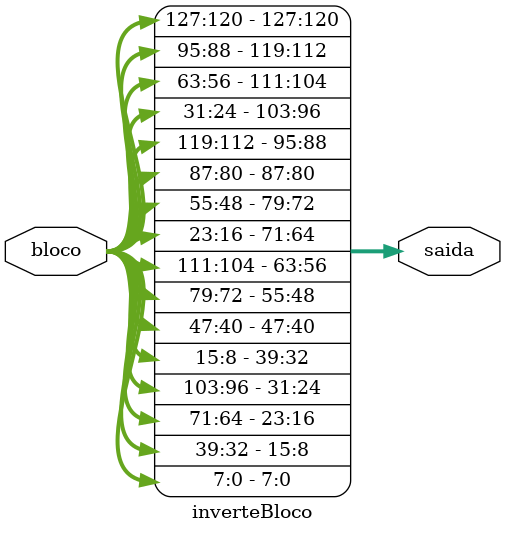
<source format=v>
module inverteBloco (
    input wire [127:0] bloco,
    output wire [127:0] saida
);

    assign saida[127:96] = {bloco[127:120], bloco[95:88], bloco[63:56], bloco[31:24]};
    assign saida[95:64] = {bloco[119:112], bloco[87:80], bloco[55:48], bloco[23:16]};
    assign saida[63:32] = {bloco[111:104], bloco[79:72], bloco[47:40], bloco[15:8]};
    assign saida[31:0] = {bloco[103:96], bloco[71:64], bloco[39:32], bloco[7:0]};
    
endmodule
</source>
